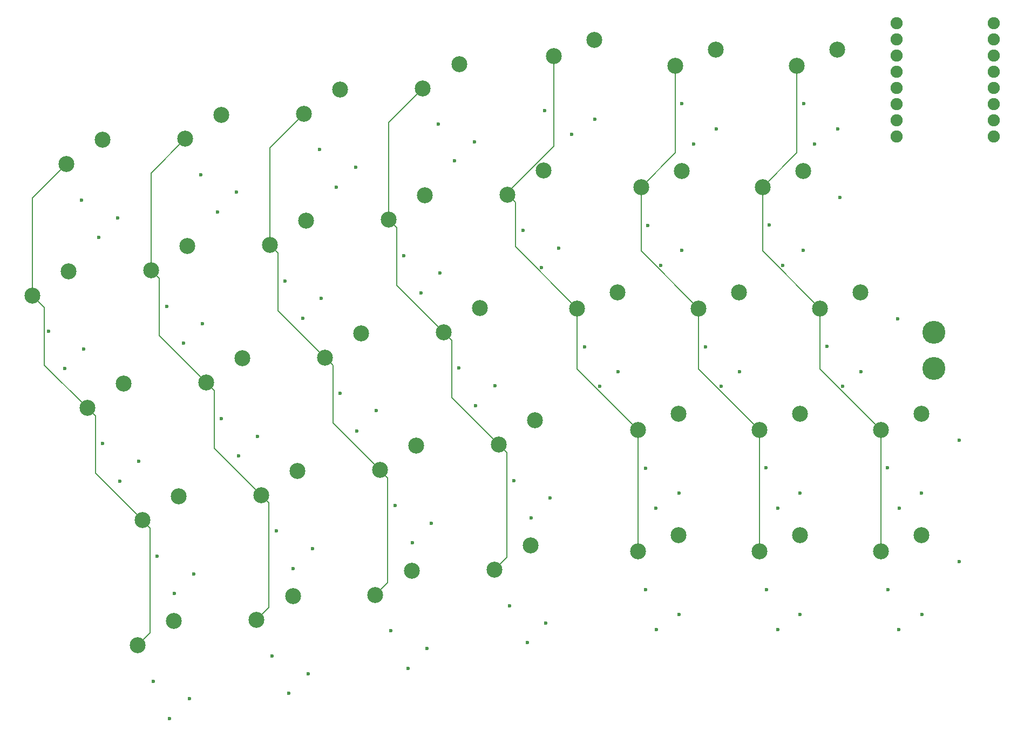
<source format=gbr>
%TF.GenerationSoftware,KiCad,Pcbnew,9.0.3*%
%TF.CreationDate,2025-11-25T10:19:28-05:00*%
%TF.ProjectId,Wren,5772656e-2e6b-4696-9361-645f70636258,rev?*%
%TF.SameCoordinates,Original*%
%TF.FileFunction,Copper,L1,Top*%
%TF.FilePolarity,Positive*%
%FSLAX46Y46*%
G04 Gerber Fmt 4.6, Leading zero omitted, Abs format (unit mm)*
G04 Created by KiCad (PCBNEW 9.0.3) date 2025-11-25 10:19:28*
%MOMM*%
%LPD*%
G01*
G04 APERTURE LIST*
%TA.AperFunction,ComponentPad*%
%ADD10C,2.500000*%
%TD*%
%TA.AperFunction,ComponentPad*%
%ADD11C,3.600000*%
%TD*%
%TA.AperFunction,ComponentPad*%
%ADD12C,1.905000*%
%TD*%
%TA.AperFunction,ViaPad*%
%ADD13C,0.600000*%
%TD*%
%TA.AperFunction,Conductor*%
%ADD14C,0.200000*%
%TD*%
G04 APERTURE END LIST*
D10*
%TO.P,SW54,1,1*%
%TO.N,col4*%
X361314929Y-174844623D03*
%TO.P,SW54,2,2*%
%TO.N,Net-(D89-A)*%
X367664929Y-172304623D03*
%TD*%
%TO.P,SW55,1,1*%
%TO.N,col5*%
X380364929Y-174844623D03*
%TO.P,SW55,2,2*%
%TO.N,Net-(D90-A)*%
X386714929Y-172304623D03*
%TD*%
%TO.P,SW50,1,1*%
%TO.N,col0*%
X284471913Y-190451770D03*
%TO.P,SW50,2,2*%
%TO.N,Net-(D85-A)*%
X290155054Y-186647036D03*
%TD*%
%TO.P,SW67,1,1*%
%TO.N,col3*%
X348294485Y-215837041D03*
%TO.P,SW67,2,2*%
%TO.N,Net-(D102-A)*%
X353977626Y-212032307D03*
%TD*%
%TO.P,SW58,1,1*%
%TO.N,col1*%
X311724743Y-204134564D03*
%TO.P,SW58,2,2*%
%TO.N,Net-(D93-A)*%
X317407884Y-200329830D03*
%TD*%
%TO.P,SW51,1,1*%
%TO.N,col1*%
X303105625Y-186491052D03*
%TO.P,SW51,2,2*%
%TO.N,Net-(D86-A)*%
X308788766Y-182686318D03*
%TD*%
%TO.P,SW37,1,1*%
%TO.N,col1*%
X299842789Y-148233429D03*
%TO.P,SW37,2,2*%
%TO.N,Net-(D72-A)*%
X305525930Y-144428695D03*
%TD*%
%TO.P,SW62,1,1*%
%TO.N,col5*%
X389889929Y-193894623D03*
%TO.P,SW62,2,2*%
%TO.N,Net-(D97-A)*%
X396239929Y-191354623D03*
%TD*%
%TO.P,SW53,1,1*%
%TO.N,col3*%
X340373049Y-178569617D03*
%TO.P,SW53,2,2*%
%TO.N,Net-(D88-A)*%
X346056190Y-174764883D03*
%TD*%
%TO.P,SW70,1,1*%
%TO.N,col6*%
X408939929Y-212944623D03*
%TO.P,SW70,2,2*%
%TO.N,Net-(D105-A)*%
X415289929Y-210404623D03*
%TD*%
%TO.P,SW45,1,1*%
%TO.N,col2*%
X313120219Y-164886823D03*
%TO.P,SW45,2,2*%
%TO.N,Net-(D80-A)*%
X318803360Y-161082089D03*
%TD*%
%TO.P,SW59,1,1*%
%TO.N,col2*%
X330358455Y-200173846D03*
%TO.P,SW59,2,2*%
%TO.N,Net-(D94-A)*%
X336041596Y-196369112D03*
%TD*%
%TO.P,SW64,1,1*%
%TO.N,col0*%
X292393349Y-227719194D03*
%TO.P,SW64,2,2*%
%TO.N,Net-(D99-A)*%
X298076490Y-223914460D03*
%TD*%
%TO.P,SW36,1,1*%
%TO.N,col0*%
X281209077Y-152194146D03*
%TO.P,SW36,2,2*%
%TO.N,Net-(D71-A)*%
X286892218Y-148389412D03*
%TD*%
%TO.P,SW63,1,1*%
%TO.N,col6*%
X408939929Y-193894623D03*
%TO.P,SW63,2,2*%
%TO.N,Net-(D98-A)*%
X415289929Y-191354623D03*
%TD*%
%TO.P,SW41,1,1*%
%TO.N,col5*%
X376685048Y-136744629D03*
%TO.P,SW41,2,2*%
%TO.N,Net-(D76-A)*%
X383035048Y-134204629D03*
%TD*%
%TO.P,SW43,1,1*%
%TO.N,col0*%
X275852795Y-172808258D03*
%TO.P,SW43,2,2*%
%TO.N,Net-(D78-A)*%
X281535936Y-169003524D03*
%TD*%
%TO.P,SW40,1,1*%
%TO.N,col4*%
X357635048Y-135244229D03*
%TO.P,SW40,2,2*%
%TO.N,Net-(D75-A)*%
X363985048Y-132704229D03*
%TD*%
D11*
%TO.P,J1,1,Pin_1*%
%TO.N,+5V*%
X417250000Y-178600000D03*
%TD*%
D10*
%TO.P,SW56,1,1*%
%TO.N,col6*%
X399414929Y-174844623D03*
%TO.P,SW56,2,2*%
%TO.N,Net-(D91-A)*%
X405764929Y-172304623D03*
%TD*%
%TO.P,SW52,1,1*%
%TO.N,col2*%
X321739337Y-182530334D03*
%TO.P,SW52,2,2*%
%TO.N,Net-(D87-A)*%
X327422478Y-178725600D03*
%TD*%
%TO.P,SW46,1,1*%
%TO.N,col3*%
X331753931Y-160926105D03*
%TO.P,SW46,2,2*%
%TO.N,Net-(D81-A)*%
X337437072Y-157121371D03*
%TD*%
%TO.P,SW44,1,1*%
%TO.N,col1*%
X294486507Y-168847540D03*
%TO.P,SW44,2,2*%
%TO.N,Net-(D79-A)*%
X300169648Y-165042806D03*
%TD*%
%TO.P,SW61,1,1*%
%TO.N,col4*%
X370839929Y-193894623D03*
%TO.P,SW61,2,2*%
%TO.N,Net-(D96-A)*%
X377189929Y-191354623D03*
%TD*%
%TO.P,SW38,1,1*%
%TO.N,col2*%
X318476501Y-144272711D03*
%TO.P,SW38,2,2*%
%TO.N,Net-(D73-A)*%
X324159642Y-140467977D03*
%TD*%
%TO.P,SW49,1,1*%
%TO.N,col6*%
X390374929Y-155794623D03*
%TO.P,SW49,2,2*%
%TO.N,Net-(D84-A)*%
X396724929Y-153254623D03*
%TD*%
%TO.P,SW60,1,1*%
%TO.N,col3*%
X348992167Y-196213129D03*
%TO.P,SW60,2,2*%
%TO.N,Net-(D95-A)*%
X354675308Y-192408395D03*
%TD*%
%TO.P,SW68,1,1*%
%TO.N,col4*%
X370839929Y-212944623D03*
%TO.P,SW68,2,2*%
%TO.N,Net-(D103-A)*%
X377189929Y-210404623D03*
%TD*%
%TO.P,SW65,1,1*%
%TO.N,col1*%
X311027061Y-223758476D03*
%TO.P,SW65,2,2*%
%TO.N,Net-(D100-A)*%
X316710202Y-219953742D03*
%TD*%
%TO.P,SW39,1,1*%
%TO.N,col3*%
X337110213Y-140311993D03*
%TO.P,SW39,2,2*%
%TO.N,Net-(D74-A)*%
X342793354Y-136507259D03*
%TD*%
%TO.P,SW66,1,1*%
%TO.N,col2*%
X329660773Y-219797759D03*
%TO.P,SW66,2,2*%
%TO.N,Net-(D101-A)*%
X335343914Y-215993025D03*
%TD*%
D11*
%TO.P,J2,1,Pin_1*%
%TO.N,GND*%
X417250000Y-184250000D03*
%TD*%
D10*
%TO.P,SW69,1,1*%
%TO.N,col5*%
X389889929Y-212944623D03*
%TO.P,SW69,2,2*%
%TO.N,Net-(D104-A)*%
X396239929Y-210404623D03*
%TD*%
%TO.P,SW42,1,1*%
%TO.N,col6*%
X395735048Y-136744629D03*
%TO.P,SW42,2,2*%
%TO.N,Net-(D77-A)*%
X402085048Y-134204629D03*
%TD*%
%TO.P,SW57,1,1*%
%TO.N,col0*%
X293091031Y-208095282D03*
%TO.P,SW57,2,2*%
%TO.N,Net-(D92-A)*%
X298774172Y-204290548D03*
%TD*%
%TO.P,SW47,1,1*%
%TO.N,col4*%
X350387594Y-156965387D03*
%TO.P,SW47,2,2*%
%TO.N,Net-(D82-A)*%
X356070735Y-153160653D03*
%TD*%
%TO.P,SW48,1,1*%
%TO.N,col5*%
X371324929Y-155794623D03*
%TO.P,SW48,2,2*%
%TO.N,Net-(D83-A)*%
X377674929Y-153254623D03*
%TD*%
D12*
%TO.P,U2,0,GPIO0*%
%TO.N,col0*%
X411380000Y-147880000D03*
%TO.P,U2,1,GPIO1*%
%TO.N,col1*%
X411380000Y-145340000D03*
%TO.P,U2,2,GPIO2*%
%TO.N,col2*%
X411380000Y-142800000D03*
%TO.P,U2,3,GPIO3*%
%TO.N,col3*%
X411380000Y-140260000D03*
%TO.P,U2,3.3,3V3*%
%TO.N,unconnected-(U2-3V3-Pad3.3)*%
X411380000Y-135180000D03*
%TO.P,U2,4,GPIO4*%
%TO.N,col4*%
X411380000Y-137720000D03*
%TO.P,U2,5,GPIO5*%
%TO.N,row0*%
X426620000Y-130100000D03*
%TO.P,U2,5V,5V*%
%TO.N,+5V*%
X411380000Y-130100000D03*
%TO.P,U2,6,GPIO6*%
%TO.N,led*%
X426620000Y-132640000D03*
%TO.P,U2,7,GPIO7*%
%TO.N,row4*%
X426620000Y-135180000D03*
%TO.P,U2,8,GPIO8*%
%TO.N,row3*%
X426620000Y-137720000D03*
%TO.P,U2,9,GPIO9*%
%TO.N,row2*%
X426620000Y-140260000D03*
%TO.P,U2,10,GPIO10*%
%TO.N,row1*%
X426620000Y-142800000D03*
%TO.P,U2,20,GPIO20*%
%TO.N,col6*%
X426620000Y-145340000D03*
%TO.P,U2,21,GPIO21*%
%TO.N,col5*%
X426620000Y-147880000D03*
%TO.P,U2,G,GND*%
%TO.N,GND*%
X411380000Y-132640000D03*
%TD*%
D13*
%TO.N,GND*%
X326750000Y-194050000D03*
X304900000Y-159750000D03*
X286300000Y-163700000D03*
X286850000Y-196050000D03*
X294800000Y-233350000D03*
X411750000Y-225250000D03*
X402921918Y-187028082D03*
X324150000Y-188150000D03*
X316050000Y-235250000D03*
X302250000Y-153900000D03*
X320900000Y-149900000D03*
X410050000Y-218950000D03*
X362500000Y-180850000D03*
X297400000Y-239200000D03*
X332050000Y-225450000D03*
X305500000Y-192100000D03*
X313450000Y-229400000D03*
X393509418Y-168090582D03*
X298150000Y-219600000D03*
X345400000Y-190100000D03*
X398550000Y-149050000D03*
X356193241Y-143755344D03*
X323550000Y-155800000D03*
X396850000Y-142700000D03*
X381449858Y-180850000D03*
X283600000Y-157850000D03*
X342750000Y-184200000D03*
X318250000Y-176350000D03*
X280900000Y-184300000D03*
X332750000Y-205800000D03*
X289550000Y-201950000D03*
X379550000Y-149050000D03*
X350700000Y-221500000D03*
X372000000Y-199900000D03*
X351400000Y-201850000D03*
X353500000Y-227300000D03*
X372000000Y-218950000D03*
X372400000Y-161800000D03*
X352800000Y-162600000D03*
X411800000Y-206200000D03*
X296900000Y-174500000D03*
X364821918Y-187028082D03*
X354100000Y-207700000D03*
X391450000Y-161750000D03*
X314100000Y-209750000D03*
X373700000Y-225250000D03*
X410000000Y-199850000D03*
X383871918Y-187028082D03*
X316750000Y-215650000D03*
X377750000Y-142700000D03*
X315500000Y-170550000D03*
X391000000Y-218950000D03*
X355709418Y-168390582D03*
X360450000Y-147550000D03*
X334150000Y-166550000D03*
X334750000Y-231300000D03*
X335450000Y-211650000D03*
X374434418Y-168065582D03*
X339500000Y-145950000D03*
X308200000Y-197950000D03*
X392750000Y-225250000D03*
X392750000Y-206200000D03*
X400450000Y-180750000D03*
X295450000Y-213750000D03*
X390950000Y-199850000D03*
X336850000Y-172450000D03*
X278356633Y-178450000D03*
X373650000Y-206200000D03*
X299600000Y-180300000D03*
X342080567Y-151650000D03*
%TO.N,+5V*%
X307903875Y-156600000D03*
X396291026Y-203791026D03*
X415349929Y-222832123D03*
X338419540Y-208550000D03*
X402138588Y-146638588D03*
X357053252Y-204600000D03*
X405824929Y-184732123D03*
X283913881Y-181200000D03*
X319785828Y-212500000D03*
X302547592Y-177250000D03*
X377249929Y-203782123D03*
X367724929Y-184732123D03*
X396784929Y-165682123D03*
X386774929Y-184732123D03*
X364045048Y-145131729D03*
X348434134Y-186950000D03*
X356355570Y-224250000D03*
X289270163Y-160600000D03*
X319088147Y-232150000D03*
X377249929Y-222832123D03*
X415341026Y-203791026D03*
X329800422Y-190900000D03*
X339815016Y-169300000D03*
X377733526Y-165683526D03*
X311166710Y-194900000D03*
X358448680Y-165350000D03*
X292532999Y-198850000D03*
X345171298Y-148700000D03*
X383095048Y-146632129D03*
X301152117Y-216500000D03*
X396291026Y-222841026D03*
X337721858Y-228200000D03*
X300454435Y-236100000D03*
X321181304Y-173250000D03*
X326537586Y-152650000D03*
%TO.N,row1*%
X402550000Y-157400000D03*
%TO.N,row2*%
X411600000Y-176450000D03*
%TO.N,row3*%
X421200000Y-195500000D03*
%TO.N,row4*%
X421200000Y-214550000D03*
%TD*%
D14*
%TO.N,col0*%
X285721912Y-191701769D02*
X285721912Y-200726163D01*
X293091031Y-208095282D02*
X294341030Y-209345281D01*
X277756633Y-174712096D02*
X275852795Y-172808258D01*
X277756633Y-183736490D02*
X277756633Y-174712096D01*
X284471913Y-190451770D02*
X285721912Y-191701769D01*
X285721912Y-200726163D02*
X293091031Y-208095282D01*
X284471913Y-190451770D02*
X277756633Y-183736490D01*
X294341030Y-209345281D02*
X294341030Y-225771513D01*
X281209077Y-152194146D02*
X275852795Y-157550428D01*
X294341030Y-225771513D02*
X292393349Y-227719194D01*
X275852795Y-157550428D02*
X275852795Y-172808258D01*
%TO.N,col1*%
X299842789Y-148233429D02*
X294486507Y-153589711D01*
X312974742Y-205384563D02*
X312974742Y-221810795D01*
X304355624Y-196765445D02*
X311724743Y-204134564D01*
X311724743Y-204134564D02*
X312974742Y-205384563D01*
X294486507Y-168847540D02*
X295736506Y-170097539D01*
X295736506Y-170097539D02*
X295736506Y-179121933D01*
X295736506Y-179121933D02*
X303105625Y-186491052D01*
X294486507Y-153589711D02*
X294486507Y-168847540D01*
X304355624Y-187741051D02*
X304355624Y-196765445D01*
X312974742Y-221810795D02*
X311027061Y-223758476D01*
X303105625Y-186491052D02*
X304355624Y-187741051D01*
%TO.N,col2*%
X314370218Y-175161215D02*
X321739337Y-182530334D01*
X314370218Y-166136822D02*
X314370218Y-175161215D01*
X322989336Y-192804727D02*
X330358455Y-200173846D01*
X313120219Y-149628993D02*
X313120219Y-164886823D01*
X313120219Y-164886823D02*
X314370218Y-166136822D01*
X330358455Y-200173846D02*
X331608454Y-201423845D01*
X321739337Y-182530334D02*
X322989336Y-183780333D01*
X322989336Y-183780333D02*
X322989336Y-192804727D01*
X318476501Y-144272711D02*
X313120219Y-149628993D01*
X331608454Y-201423845D02*
X331608454Y-217850078D01*
X331608454Y-217850078D02*
X329660773Y-219797759D01*
%TO.N,col3*%
X348992167Y-196213129D02*
X350242166Y-197463128D01*
X333003930Y-162176104D02*
X333003930Y-171200498D01*
X331753931Y-160926105D02*
X333003930Y-162176104D01*
X331753931Y-145668275D02*
X331753931Y-160926105D01*
X341623048Y-188844010D02*
X348992167Y-196213129D01*
X350242166Y-213889360D02*
X348294485Y-215837041D01*
X340373049Y-178569617D02*
X341623048Y-179819616D01*
X341623048Y-179819616D02*
X341623048Y-188844010D01*
X333003930Y-171200498D02*
X340373049Y-178569617D01*
X337110213Y-140311993D02*
X331753931Y-145668275D01*
X350242166Y-197463128D02*
X350242166Y-213889360D01*
%TO.N,col4*%
X361314929Y-174844623D02*
X361314929Y-184369623D01*
X361314929Y-184369623D02*
X370839929Y-193894623D01*
X350387594Y-156650348D02*
X350387594Y-156965387D01*
X370839929Y-193894623D02*
X370839929Y-212944623D01*
X350387594Y-156965387D02*
X351637593Y-158215386D01*
X357635048Y-149402894D02*
X350387594Y-156650348D01*
X357635048Y-135244229D02*
X357635048Y-149402894D01*
X351637593Y-165167287D02*
X361314929Y-174844623D01*
X351637593Y-158215386D02*
X351637593Y-165167287D01*
%TO.N,col5*%
X376685048Y-150434504D02*
X371324929Y-155794623D01*
X371324929Y-155794623D02*
X371324929Y-165804623D01*
X380364929Y-184369623D02*
X389889929Y-193894623D01*
X389889929Y-193894623D02*
X389889929Y-212944623D01*
X380364929Y-174844623D02*
X380364929Y-184369623D01*
X371324929Y-165804623D02*
X380364929Y-174844623D01*
X376685048Y-136744629D02*
X376685048Y-150434504D01*
%TO.N,col6*%
X390374929Y-165804623D02*
X399414929Y-174844623D01*
X399414929Y-184369623D02*
X408939929Y-193894623D01*
X390374929Y-155794623D02*
X390374929Y-165804623D01*
X399414929Y-174844623D02*
X399414929Y-184369623D01*
X395735048Y-150434504D02*
X395735048Y-136744629D01*
X390374929Y-155794623D02*
X395735048Y-150434504D01*
X408939929Y-193894623D02*
X408939929Y-212944623D01*
%TD*%
M02*

</source>
